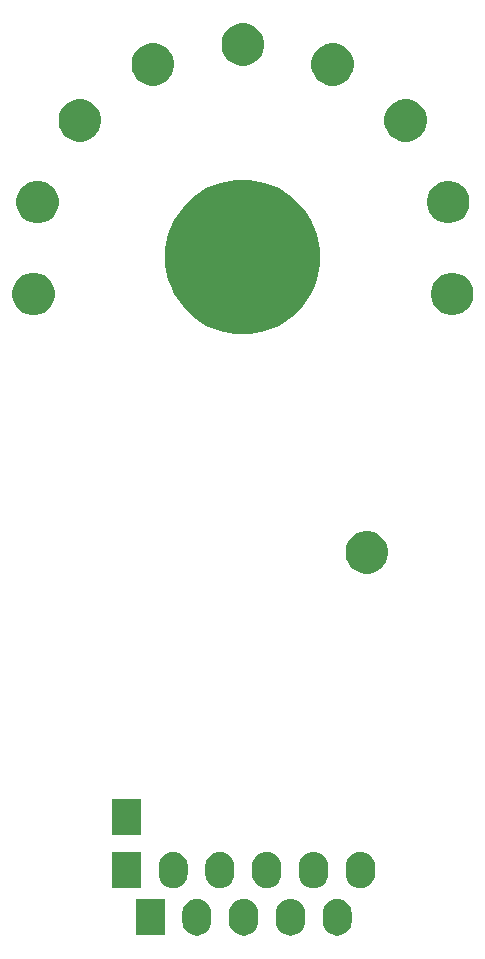
<source format=gbr>
G04 #@! TF.GenerationSoftware,KiCad,Pcbnew,(5.1.4)-1*
G04 #@! TF.CreationDate,2022-10-24T09:46:24-04:00*
G04 #@! TF.ProjectId,CR23 adapter,43523233-2061-4646-9170-7465722e6b69,rev?*
G04 #@! TF.SameCoordinates,Original*
G04 #@! TF.FileFunction,Soldermask,Bot*
G04 #@! TF.FilePolarity,Negative*
%FSLAX46Y46*%
G04 Gerber Fmt 4.6, Leading zero omitted, Abs format (unit mm)*
G04 Created by KiCad (PCBNEW (5.1.4)-1) date 2022-10-24 09:46:24*
%MOMM*%
%LPD*%
G04 APERTURE LIST*
%ADD10C,0.100000*%
G04 APERTURE END LIST*
D10*
G36*
X103350337Y-120826739D02*
G01*
X103581439Y-120896843D01*
X103794424Y-121010686D01*
X103981107Y-121163893D01*
X104134314Y-121350575D01*
X104248157Y-121563560D01*
X104318261Y-121794662D01*
X104336000Y-121974771D01*
X104336000Y-122745228D01*
X104318261Y-122925337D01*
X104248157Y-123156440D01*
X104134314Y-123369425D01*
X103981107Y-123556107D01*
X103794425Y-123709314D01*
X103581440Y-123823157D01*
X103350338Y-123893261D01*
X103110000Y-123916932D01*
X102869663Y-123893261D01*
X102638561Y-123823157D01*
X102425576Y-123709314D01*
X102238894Y-123556107D01*
X102085687Y-123369425D01*
X101971843Y-123156440D01*
X101901739Y-122925338D01*
X101884000Y-122745229D01*
X101884000Y-121974772D01*
X101901739Y-121794663D01*
X101971843Y-121563561D01*
X102085686Y-121350576D01*
X102238893Y-121163893D01*
X102425575Y-121010686D01*
X102638560Y-120896843D01*
X102869662Y-120826739D01*
X103110000Y-120803068D01*
X103350337Y-120826739D01*
X103350337Y-120826739D01*
G37*
G36*
X99390337Y-120826739D02*
G01*
X99621439Y-120896843D01*
X99834424Y-121010686D01*
X100021107Y-121163893D01*
X100174314Y-121350575D01*
X100288157Y-121563560D01*
X100358261Y-121794662D01*
X100376000Y-121974771D01*
X100376000Y-122745228D01*
X100358261Y-122925337D01*
X100288157Y-123156440D01*
X100174314Y-123369425D01*
X100021107Y-123556107D01*
X99834425Y-123709314D01*
X99621440Y-123823157D01*
X99390338Y-123893261D01*
X99150000Y-123916932D01*
X98909663Y-123893261D01*
X98678561Y-123823157D01*
X98465576Y-123709314D01*
X98278894Y-123556107D01*
X98125687Y-123369425D01*
X98011843Y-123156440D01*
X97941739Y-122925338D01*
X97924000Y-122745229D01*
X97924000Y-121974772D01*
X97941739Y-121794663D01*
X98011843Y-121563561D01*
X98125686Y-121350576D01*
X98278893Y-121163893D01*
X98465575Y-121010686D01*
X98678560Y-120896843D01*
X98909662Y-120826739D01*
X99150000Y-120803068D01*
X99390337Y-120826739D01*
X99390337Y-120826739D01*
G37*
G36*
X95430337Y-120826739D02*
G01*
X95661439Y-120896843D01*
X95874424Y-121010686D01*
X96061107Y-121163893D01*
X96214314Y-121350575D01*
X96328157Y-121563560D01*
X96398261Y-121794662D01*
X96416000Y-121974771D01*
X96416000Y-122745228D01*
X96398261Y-122925337D01*
X96328157Y-123156440D01*
X96214314Y-123369425D01*
X96061107Y-123556107D01*
X95874425Y-123709314D01*
X95661440Y-123823157D01*
X95430338Y-123893261D01*
X95190000Y-123916932D01*
X94949663Y-123893261D01*
X94718561Y-123823157D01*
X94505576Y-123709314D01*
X94318894Y-123556107D01*
X94165687Y-123369425D01*
X94051843Y-123156440D01*
X93981739Y-122925338D01*
X93964000Y-122745229D01*
X93964000Y-121974772D01*
X93981739Y-121794663D01*
X94051843Y-121563561D01*
X94165686Y-121350576D01*
X94318893Y-121163893D01*
X94505575Y-121010686D01*
X94718560Y-120896843D01*
X94949662Y-120826739D01*
X95190000Y-120803068D01*
X95430337Y-120826739D01*
X95430337Y-120826739D01*
G37*
G36*
X107310337Y-120826739D02*
G01*
X107541439Y-120896843D01*
X107754424Y-121010686D01*
X107941107Y-121163893D01*
X108094314Y-121350575D01*
X108208157Y-121563560D01*
X108278261Y-121794662D01*
X108296000Y-121974771D01*
X108296000Y-122745228D01*
X108278261Y-122925337D01*
X108208157Y-123156440D01*
X108094314Y-123369425D01*
X107941107Y-123556107D01*
X107754425Y-123709314D01*
X107541440Y-123823157D01*
X107310338Y-123893261D01*
X107070000Y-123916932D01*
X106829663Y-123893261D01*
X106598561Y-123823157D01*
X106385576Y-123709314D01*
X106198894Y-123556107D01*
X106045687Y-123369425D01*
X105931843Y-123156440D01*
X105861739Y-122925338D01*
X105844000Y-122745229D01*
X105844000Y-121974772D01*
X105861739Y-121794663D01*
X105931843Y-121563561D01*
X106045686Y-121350576D01*
X106198893Y-121163893D01*
X106385575Y-121010686D01*
X106598560Y-120896843D01*
X106829662Y-120826739D01*
X107070000Y-120803068D01*
X107310337Y-120826739D01*
X107310337Y-120826739D01*
G37*
G36*
X92456000Y-123911000D02*
G01*
X90004000Y-123911000D01*
X90004000Y-120809000D01*
X92456000Y-120809000D01*
X92456000Y-123911000D01*
X92456000Y-123911000D01*
G37*
G36*
X109260337Y-116826739D02*
G01*
X109491439Y-116896843D01*
X109704424Y-117010686D01*
X109891107Y-117163893D01*
X110044314Y-117350575D01*
X110158157Y-117563560D01*
X110228261Y-117794662D01*
X110246000Y-117974771D01*
X110246000Y-118745228D01*
X110228261Y-118925337D01*
X110158157Y-119156440D01*
X110044314Y-119369425D01*
X109891107Y-119556107D01*
X109704425Y-119709314D01*
X109491440Y-119823157D01*
X109260338Y-119893261D01*
X109020000Y-119916932D01*
X108779663Y-119893261D01*
X108548561Y-119823157D01*
X108335576Y-119709314D01*
X108148894Y-119556107D01*
X107995687Y-119369425D01*
X107881843Y-119156440D01*
X107811739Y-118925338D01*
X107794000Y-118745229D01*
X107794000Y-117974772D01*
X107811739Y-117794663D01*
X107881843Y-117563561D01*
X107995686Y-117350576D01*
X108148893Y-117163893D01*
X108335575Y-117010686D01*
X108548560Y-116896843D01*
X108779662Y-116826739D01*
X109020000Y-116803068D01*
X109260337Y-116826739D01*
X109260337Y-116826739D01*
G37*
G36*
X105300337Y-116826739D02*
G01*
X105531439Y-116896843D01*
X105744424Y-117010686D01*
X105931107Y-117163893D01*
X106084314Y-117350575D01*
X106198157Y-117563560D01*
X106268261Y-117794662D01*
X106286000Y-117974771D01*
X106286000Y-118745228D01*
X106268261Y-118925337D01*
X106198157Y-119156440D01*
X106084314Y-119369425D01*
X105931107Y-119556107D01*
X105744425Y-119709314D01*
X105531440Y-119823157D01*
X105300338Y-119893261D01*
X105060000Y-119916932D01*
X104819663Y-119893261D01*
X104588561Y-119823157D01*
X104375576Y-119709314D01*
X104188894Y-119556107D01*
X104035687Y-119369425D01*
X103921843Y-119156440D01*
X103851739Y-118925338D01*
X103834000Y-118745229D01*
X103834000Y-117974772D01*
X103851739Y-117794663D01*
X103921843Y-117563561D01*
X104035686Y-117350576D01*
X104188893Y-117163893D01*
X104375575Y-117010686D01*
X104588560Y-116896843D01*
X104819662Y-116826739D01*
X105060000Y-116803068D01*
X105300337Y-116826739D01*
X105300337Y-116826739D01*
G37*
G36*
X101340337Y-116826739D02*
G01*
X101571439Y-116896843D01*
X101784424Y-117010686D01*
X101971107Y-117163893D01*
X102124314Y-117350575D01*
X102238157Y-117563560D01*
X102308261Y-117794662D01*
X102326000Y-117974771D01*
X102326000Y-118745228D01*
X102308261Y-118925337D01*
X102238157Y-119156440D01*
X102124314Y-119369425D01*
X101971107Y-119556107D01*
X101784425Y-119709314D01*
X101571440Y-119823157D01*
X101340338Y-119893261D01*
X101100000Y-119916932D01*
X100859663Y-119893261D01*
X100628561Y-119823157D01*
X100415576Y-119709314D01*
X100228894Y-119556107D01*
X100075687Y-119369425D01*
X99961843Y-119156440D01*
X99891739Y-118925338D01*
X99874000Y-118745229D01*
X99874000Y-117974772D01*
X99891739Y-117794663D01*
X99961843Y-117563561D01*
X100075686Y-117350576D01*
X100228893Y-117163893D01*
X100415575Y-117010686D01*
X100628560Y-116896843D01*
X100859662Y-116826739D01*
X101100000Y-116803068D01*
X101340337Y-116826739D01*
X101340337Y-116826739D01*
G37*
G36*
X97380337Y-116826739D02*
G01*
X97611439Y-116896843D01*
X97824424Y-117010686D01*
X98011107Y-117163893D01*
X98164314Y-117350575D01*
X98278157Y-117563560D01*
X98348261Y-117794662D01*
X98366000Y-117974771D01*
X98366000Y-118745228D01*
X98348261Y-118925337D01*
X98278157Y-119156440D01*
X98164314Y-119369425D01*
X98011107Y-119556107D01*
X97824425Y-119709314D01*
X97611440Y-119823157D01*
X97380338Y-119893261D01*
X97140000Y-119916932D01*
X96899663Y-119893261D01*
X96668561Y-119823157D01*
X96455576Y-119709314D01*
X96268894Y-119556107D01*
X96115687Y-119369425D01*
X96001843Y-119156440D01*
X95931739Y-118925338D01*
X95914000Y-118745229D01*
X95914000Y-117974772D01*
X95931739Y-117794663D01*
X96001843Y-117563561D01*
X96115686Y-117350576D01*
X96268893Y-117163893D01*
X96455575Y-117010686D01*
X96668560Y-116896843D01*
X96899662Y-116826739D01*
X97140000Y-116803068D01*
X97380337Y-116826739D01*
X97380337Y-116826739D01*
G37*
G36*
X93420337Y-116826739D02*
G01*
X93651439Y-116896843D01*
X93864424Y-117010686D01*
X94051107Y-117163893D01*
X94204314Y-117350575D01*
X94318157Y-117563560D01*
X94388261Y-117794662D01*
X94406000Y-117974771D01*
X94406000Y-118745228D01*
X94388261Y-118925337D01*
X94318157Y-119156440D01*
X94204314Y-119369425D01*
X94051107Y-119556107D01*
X93864425Y-119709314D01*
X93651440Y-119823157D01*
X93420338Y-119893261D01*
X93180000Y-119916932D01*
X92939663Y-119893261D01*
X92708561Y-119823157D01*
X92495576Y-119709314D01*
X92308894Y-119556107D01*
X92155687Y-119369425D01*
X92041843Y-119156440D01*
X91971739Y-118925338D01*
X91954000Y-118745229D01*
X91954000Y-117974772D01*
X91971739Y-117794663D01*
X92041843Y-117563561D01*
X92155686Y-117350576D01*
X92308893Y-117163893D01*
X92495575Y-117010686D01*
X92708560Y-116896843D01*
X92939662Y-116826739D01*
X93180000Y-116803068D01*
X93420337Y-116826739D01*
X93420337Y-116826739D01*
G37*
G36*
X90446000Y-119911000D02*
G01*
X87994000Y-119911000D01*
X87994000Y-116809000D01*
X90446000Y-116809000D01*
X90446000Y-119911000D01*
X90446000Y-119911000D01*
G37*
G36*
X90446000Y-115421000D02*
G01*
X87994000Y-115421000D01*
X87994000Y-112319000D01*
X90446000Y-112319000D01*
X90446000Y-115421000D01*
X90446000Y-115421000D01*
G37*
G36*
X110101871Y-89738211D02*
G01*
X110429632Y-89873974D01*
X110724610Y-90071072D01*
X110975468Y-90321930D01*
X111172566Y-90616908D01*
X111308329Y-90944669D01*
X111377540Y-91292616D01*
X111377540Y-91647384D01*
X111308329Y-91995331D01*
X111172566Y-92323092D01*
X110975468Y-92618070D01*
X110724610Y-92868928D01*
X110429632Y-93066026D01*
X110101871Y-93201789D01*
X109753924Y-93271000D01*
X109399156Y-93271000D01*
X109051209Y-93201789D01*
X108723448Y-93066026D01*
X108428470Y-92868928D01*
X108177612Y-92618070D01*
X107980514Y-92323092D01*
X107844751Y-91995331D01*
X107775540Y-91647384D01*
X107775540Y-91292616D01*
X107844751Y-90944669D01*
X107980514Y-90616908D01*
X108177612Y-90321930D01*
X108428470Y-90071072D01*
X108723448Y-89873974D01*
X109051209Y-89738211D01*
X109399156Y-89669000D01*
X109753924Y-89669000D01*
X110101871Y-89738211D01*
X110101871Y-89738211D01*
G37*
G36*
X100987395Y-60170751D02*
G01*
X102176239Y-60663187D01*
X102179602Y-60664580D01*
X103252559Y-61381506D01*
X104165034Y-62293981D01*
X104412506Y-62664350D01*
X104881961Y-63366940D01*
X105375789Y-64559145D01*
X105627540Y-65824782D01*
X105627540Y-67115218D01*
X105375789Y-68380855D01*
X105090196Y-69070336D01*
X104881960Y-69573062D01*
X104165034Y-70646019D01*
X103252559Y-71558494D01*
X102179602Y-72275420D01*
X102179601Y-72275421D01*
X102179600Y-72275421D01*
X100987395Y-72769249D01*
X99721758Y-73021000D01*
X98431322Y-73021000D01*
X97165685Y-72769249D01*
X95973480Y-72275421D01*
X95973479Y-72275421D01*
X95973478Y-72275420D01*
X94900521Y-71558494D01*
X93988046Y-70646019D01*
X93271120Y-69573062D01*
X93062884Y-69070336D01*
X92777291Y-68380855D01*
X92525540Y-67115218D01*
X92525540Y-65824782D01*
X92777291Y-64559145D01*
X93271119Y-63366940D01*
X93740574Y-62664350D01*
X93988046Y-62293981D01*
X94900521Y-61381506D01*
X95973478Y-60664580D01*
X95976841Y-60663187D01*
X97165685Y-60170751D01*
X98431322Y-59919000D01*
X99721758Y-59919000D01*
X100987395Y-60170751D01*
X100987395Y-60170751D01*
G37*
G36*
X117328411Y-67863878D02*
G01*
X117656172Y-67999641D01*
X117951150Y-68196739D01*
X118202008Y-68447597D01*
X118399106Y-68742575D01*
X118534869Y-69070336D01*
X118604080Y-69418283D01*
X118604080Y-69773051D01*
X118534869Y-70120998D01*
X118399106Y-70448759D01*
X118202008Y-70743737D01*
X117951150Y-70994595D01*
X117656172Y-71191693D01*
X117328411Y-71327456D01*
X116980464Y-71396667D01*
X116625696Y-71396667D01*
X116277749Y-71327456D01*
X115949988Y-71191693D01*
X115655010Y-70994595D01*
X115404152Y-70743737D01*
X115207054Y-70448759D01*
X115071291Y-70120998D01*
X115002080Y-69773051D01*
X115002080Y-69418283D01*
X115071291Y-69070336D01*
X115207054Y-68742575D01*
X115404152Y-68447597D01*
X115655010Y-68196739D01*
X115949988Y-67999641D01*
X116277749Y-67863878D01*
X116625696Y-67794667D01*
X116980464Y-67794667D01*
X117328411Y-67863878D01*
X117328411Y-67863878D01*
G37*
G36*
X81875331Y-67863878D02*
G01*
X82203092Y-67999641D01*
X82498070Y-68196739D01*
X82748928Y-68447597D01*
X82946026Y-68742575D01*
X83081789Y-69070336D01*
X83151000Y-69418283D01*
X83151000Y-69773051D01*
X83081789Y-70120998D01*
X82946026Y-70448759D01*
X82748928Y-70743737D01*
X82498070Y-70994595D01*
X82203092Y-71191693D01*
X81875331Y-71327456D01*
X81527384Y-71396667D01*
X81172616Y-71396667D01*
X80824669Y-71327456D01*
X80496908Y-71191693D01*
X80201930Y-70994595D01*
X79951072Y-70743737D01*
X79753974Y-70448759D01*
X79618211Y-70120998D01*
X79549000Y-69773051D01*
X79549000Y-69418283D01*
X79618211Y-69070336D01*
X79753974Y-68742575D01*
X79951072Y-68447597D01*
X80201930Y-68196739D01*
X80496908Y-67999641D01*
X80824669Y-67863878D01*
X81172616Y-67794667D01*
X81527384Y-67794667D01*
X81875331Y-67863878D01*
X81875331Y-67863878D01*
G37*
G36*
X116988536Y-60079468D02*
G01*
X117316297Y-60215231D01*
X117611275Y-60412329D01*
X117862133Y-60663187D01*
X118059231Y-60958165D01*
X118194994Y-61285926D01*
X118264205Y-61633873D01*
X118264205Y-61988641D01*
X118194994Y-62336588D01*
X118059231Y-62664349D01*
X117862133Y-62959327D01*
X117611275Y-63210185D01*
X117316297Y-63407283D01*
X116988536Y-63543046D01*
X116640589Y-63612257D01*
X116285821Y-63612257D01*
X115937874Y-63543046D01*
X115610113Y-63407283D01*
X115315135Y-63210185D01*
X115064277Y-62959327D01*
X114867179Y-62664349D01*
X114731416Y-62336588D01*
X114662205Y-61988641D01*
X114662205Y-61633873D01*
X114731416Y-61285926D01*
X114867179Y-60958165D01*
X115064277Y-60663187D01*
X115315135Y-60412329D01*
X115610113Y-60215231D01*
X115937874Y-60079468D01*
X116285821Y-60010257D01*
X116640589Y-60010257D01*
X116988536Y-60079468D01*
X116988536Y-60079468D01*
G37*
G36*
X82215206Y-60079468D02*
G01*
X82542967Y-60215231D01*
X82837945Y-60412329D01*
X83088803Y-60663187D01*
X83285901Y-60958165D01*
X83421664Y-61285926D01*
X83490875Y-61633873D01*
X83490875Y-61988641D01*
X83421664Y-62336588D01*
X83285901Y-62664349D01*
X83088803Y-62959327D01*
X82837945Y-63210185D01*
X82542967Y-63407283D01*
X82215206Y-63543046D01*
X81867259Y-63612257D01*
X81512491Y-63612257D01*
X81164544Y-63543046D01*
X80836783Y-63407283D01*
X80541805Y-63210185D01*
X80290947Y-62959327D01*
X80093849Y-62664349D01*
X79958086Y-62336588D01*
X79888875Y-61988641D01*
X79888875Y-61633873D01*
X79958086Y-61285926D01*
X80093849Y-60958165D01*
X80290947Y-60663187D01*
X80541805Y-60412329D01*
X80836783Y-60215231D01*
X81164544Y-60079468D01*
X81512491Y-60010257D01*
X81867259Y-60010257D01*
X82215206Y-60079468D01*
X82215206Y-60079468D01*
G37*
G36*
X113390671Y-53168034D02*
G01*
X113718432Y-53303797D01*
X114013410Y-53500895D01*
X114264268Y-53751753D01*
X114461366Y-54046731D01*
X114597129Y-54374492D01*
X114666340Y-54722439D01*
X114666340Y-55077207D01*
X114597129Y-55425154D01*
X114461366Y-55752915D01*
X114264268Y-56047893D01*
X114013410Y-56298751D01*
X113718432Y-56495849D01*
X113390671Y-56631612D01*
X113042724Y-56700823D01*
X112687956Y-56700823D01*
X112340009Y-56631612D01*
X112012248Y-56495849D01*
X111717270Y-56298751D01*
X111466412Y-56047893D01*
X111269314Y-55752915D01*
X111133551Y-55425154D01*
X111064340Y-55077207D01*
X111064340Y-54722439D01*
X111133551Y-54374492D01*
X111269314Y-54046731D01*
X111466412Y-53751753D01*
X111717270Y-53500895D01*
X112012248Y-53303797D01*
X112340009Y-53168034D01*
X112687956Y-53098823D01*
X113042724Y-53098823D01*
X113390671Y-53168034D01*
X113390671Y-53168034D01*
G37*
G36*
X85813071Y-53168034D02*
G01*
X86140832Y-53303797D01*
X86435810Y-53500895D01*
X86686668Y-53751753D01*
X86883766Y-54046731D01*
X87019529Y-54374492D01*
X87088740Y-54722439D01*
X87088740Y-55077207D01*
X87019529Y-55425154D01*
X86883766Y-55752915D01*
X86686668Y-56047893D01*
X86435810Y-56298751D01*
X86140832Y-56495849D01*
X85813071Y-56631612D01*
X85465124Y-56700823D01*
X85110356Y-56700823D01*
X84762409Y-56631612D01*
X84434648Y-56495849D01*
X84139670Y-56298751D01*
X83888812Y-56047893D01*
X83691714Y-55752915D01*
X83555951Y-55425154D01*
X83486740Y-55077207D01*
X83486740Y-54722439D01*
X83555951Y-54374492D01*
X83691714Y-54046731D01*
X83888812Y-53751753D01*
X84139670Y-53500895D01*
X84434648Y-53303797D01*
X84762409Y-53168034D01*
X85110356Y-53098823D01*
X85465124Y-53098823D01*
X85813071Y-53168034D01*
X85813071Y-53168034D01*
G37*
G36*
X107209000Y-48424671D02*
G01*
X107536761Y-48560434D01*
X107831739Y-48757532D01*
X108082597Y-49008390D01*
X108279695Y-49303368D01*
X108415458Y-49631129D01*
X108484669Y-49979076D01*
X108484669Y-50333844D01*
X108415458Y-50681791D01*
X108279695Y-51009552D01*
X108082597Y-51304530D01*
X107831739Y-51555388D01*
X107536761Y-51752486D01*
X107209000Y-51888249D01*
X106861053Y-51957460D01*
X106506285Y-51957460D01*
X106158338Y-51888249D01*
X105830577Y-51752486D01*
X105535599Y-51555388D01*
X105284741Y-51304530D01*
X105087643Y-51009552D01*
X104951880Y-50681791D01*
X104882669Y-50333844D01*
X104882669Y-49979076D01*
X104951880Y-49631129D01*
X105087643Y-49303368D01*
X105284741Y-49008390D01*
X105535599Y-48757532D01*
X105830577Y-48560434D01*
X106158338Y-48424671D01*
X106506285Y-48355460D01*
X106861053Y-48355460D01*
X107209000Y-48424671D01*
X107209000Y-48424671D01*
G37*
G36*
X91994742Y-48424671D02*
G01*
X92322503Y-48560434D01*
X92617481Y-48757532D01*
X92868339Y-49008390D01*
X93065437Y-49303368D01*
X93201200Y-49631129D01*
X93270411Y-49979076D01*
X93270411Y-50333844D01*
X93201200Y-50681791D01*
X93065437Y-51009552D01*
X92868339Y-51304530D01*
X92617481Y-51555388D01*
X92322503Y-51752486D01*
X91994742Y-51888249D01*
X91646795Y-51957460D01*
X91292027Y-51957460D01*
X90944080Y-51888249D01*
X90616319Y-51752486D01*
X90321341Y-51555388D01*
X90070483Y-51304530D01*
X89873385Y-51009552D01*
X89737622Y-50681791D01*
X89668411Y-50333844D01*
X89668411Y-49979076D01*
X89737622Y-49631129D01*
X89873385Y-49303368D01*
X90070483Y-49008390D01*
X90321341Y-48757532D01*
X90616319Y-48560434D01*
X90944080Y-48424671D01*
X91292027Y-48355460D01*
X91646795Y-48355460D01*
X91994742Y-48424671D01*
X91994742Y-48424671D01*
G37*
G36*
X99601871Y-46738211D02*
G01*
X99929632Y-46873974D01*
X100224610Y-47071072D01*
X100475468Y-47321930D01*
X100672566Y-47616908D01*
X100808329Y-47944669D01*
X100877540Y-48292616D01*
X100877540Y-48647384D01*
X100808329Y-48995331D01*
X100672566Y-49323092D01*
X100475468Y-49618070D01*
X100224610Y-49868928D01*
X99929632Y-50066026D01*
X99601871Y-50201789D01*
X99253924Y-50271000D01*
X98899156Y-50271000D01*
X98551209Y-50201789D01*
X98223448Y-50066026D01*
X97928470Y-49868928D01*
X97677612Y-49618070D01*
X97480514Y-49323092D01*
X97344751Y-48995331D01*
X97275540Y-48647384D01*
X97275540Y-48292616D01*
X97344751Y-47944669D01*
X97480514Y-47616908D01*
X97677612Y-47321930D01*
X97928470Y-47071072D01*
X98223448Y-46873974D01*
X98551209Y-46738211D01*
X98899156Y-46669000D01*
X99253924Y-46669000D01*
X99601871Y-46738211D01*
X99601871Y-46738211D01*
G37*
M02*

</source>
